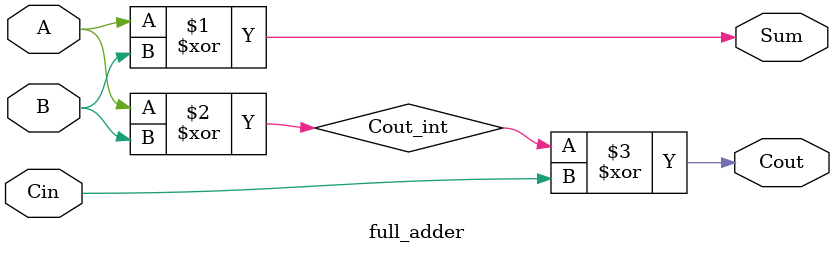
<source format=v>
module fadder(
    input wire btn1,  // 第一个加数（addend）
    input wire btn2,  // 第二个加数（augend）
    input wire btn3,  // 进位输入（carry-in）
    output wire led0, // 和输出（sum）
    output wire led1  // 进位输出（carry-out）
);

    // 内部信号定义
    wire sum;
    wire carry;

    // 实例化全加器
    full_adder fa(
        .A(btn1),
        .B(btn2),
        .Cin(btn3),
        .Sum(sum),
        .Cout(carry)
    );

    // 将全加器的输出连接到LED
    assign led0 = sum;
    assign led1 = carry;

endmodule

// 全加器模块
module full_adder(
    input wire A,
    input wire B,
    input wire Cin,
    output wire Sum,
    output wire Cout
);

    // 使用异或门计算和与进位
    xor(Sum, A, B);
    xor(Cout_int, A, B);
    xor(Cout, Cout_int, Cin);

endmodule
</source>
